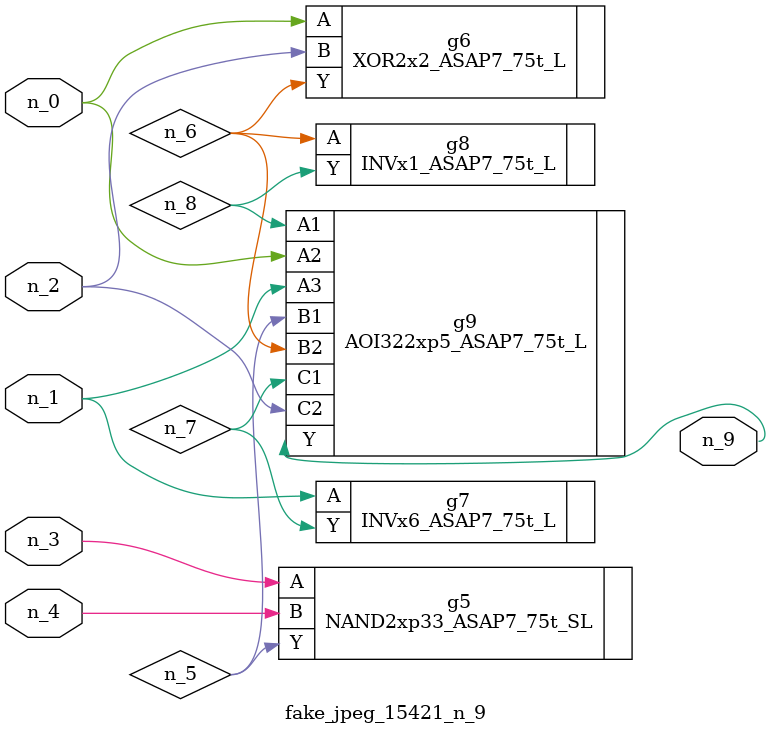
<source format=v>
module fake_jpeg_15421_n_9 (n_3, n_2, n_1, n_0, n_4, n_9);

input n_3;
input n_2;
input n_1;
input n_0;
input n_4;

output n_9;

wire n_8;
wire n_6;
wire n_5;
wire n_7;

NAND2xp33_ASAP7_75t_SL g5 ( 
.A(n_3),
.B(n_4),
.Y(n_5)
);

XOR2x2_ASAP7_75t_L g6 ( 
.A(n_0),
.B(n_2),
.Y(n_6)
);

INVx6_ASAP7_75t_L g7 ( 
.A(n_1),
.Y(n_7)
);

INVx1_ASAP7_75t_L g8 ( 
.A(n_6),
.Y(n_8)
);

AOI322xp5_ASAP7_75t_L g9 ( 
.A1(n_8),
.A2(n_0),
.A3(n_1),
.B1(n_5),
.B2(n_6),
.C1(n_7),
.C2(n_2),
.Y(n_9)
);


endmodule
</source>
